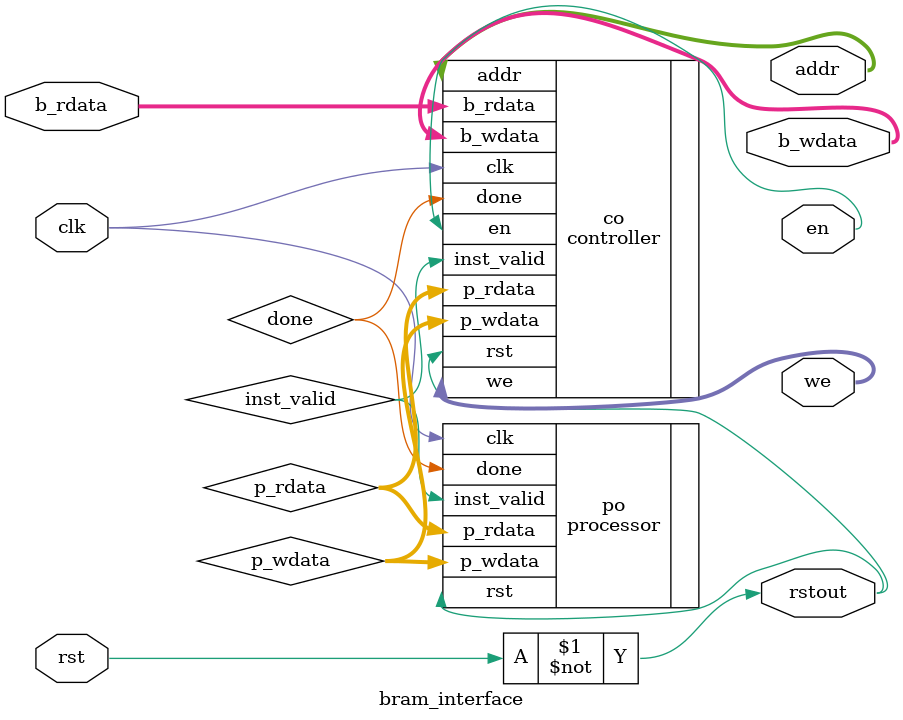
<source format=v>
`timescale 1ns / 1ps
`timescale 1ns / 1ps
//////////////////////////////////////////////////////////////////////////////////
// Company: 
// Engineer: 
// 
// Create Date: 2019/11/11 22:25:58
// Design Name: 
// Module Name: top
// Project Name: 
// Target Devices: 
// Tool Versions: 
// Description: 
// 
// Dependencies: 
// 
// Revision:
// Revision 0.01 - File Created
// Additional Comments:
// 
//////////////////////////////////////////////////////////////////////////////////


module bram_interface(
input clk,
input rst,
input  [31:0] b_rdata,
output [31:0] b_wdata,
output [31:0] addr,
output [3:0] we,
output en,
output rstout

    );
    
wire inst_valid;
wire [63:0] p_rdata;
wire [31:0] p_wdata;
wire done;

//wire rst_n;
assign rstout = ~rst;
processor po(
        .clk(clk),
        .rst(rstout),
        .inst_valid(inst_valid),
        .p_rdata(p_rdata),
        .p_wdata(p_wdata),
        .done(done)
    );
    
   
controller co(
        .clk(clk),
        .rst(rstout),
        .done(done),
        .p_wdata(p_wdata),
        .b_rdata(b_rdata),
        .b_wdata(b_wdata),   
        .p_rdata(p_rdata),
        .addr(addr),
        .inst_valid(inst_valid),
        .we(we),
        .en(en)

    );
endmodule



</source>
